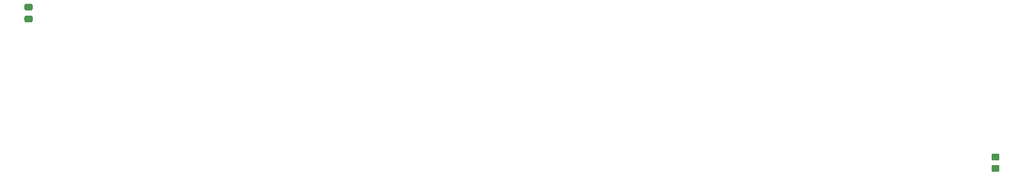
<source format=gbr>
%TF.GenerationSoftware,KiCad,Pcbnew,8.0.2*%
%TF.CreationDate,2024-05-29T12:03:12+02:00*%
%TF.ProjectId,IOT_ESP32,494f545f-4553-4503-9332-2e6b69636164,rev?*%
%TF.SameCoordinates,Original*%
%TF.FileFunction,Paste,Bot*%
%TF.FilePolarity,Positive*%
%FSLAX46Y46*%
G04 Gerber Fmt 4.6, Leading zero omitted, Abs format (unit mm)*
G04 Created by KiCad (PCBNEW 8.0.2) date 2024-05-29 12:03:12*
%MOMM*%
%LPD*%
G01*
G04 APERTURE LIST*
G04 Aperture macros list*
%AMRoundRect*
0 Rectangle with rounded corners*
0 $1 Rounding radius*
0 $2 $3 $4 $5 $6 $7 $8 $9 X,Y pos of 4 corners*
0 Add a 4 corners polygon primitive as box body*
4,1,4,$2,$3,$4,$5,$6,$7,$8,$9,$2,$3,0*
0 Add four circle primitives for the rounded corners*
1,1,$1+$1,$2,$3*
1,1,$1+$1,$4,$5*
1,1,$1+$1,$6,$7*
1,1,$1+$1,$8,$9*
0 Add four rect primitives between the rounded corners*
20,1,$1+$1,$2,$3,$4,$5,0*
20,1,$1+$1,$4,$5,$6,$7,0*
20,1,$1+$1,$6,$7,$8,$9,0*
20,1,$1+$1,$8,$9,$2,$3,0*%
G04 Aperture macros list end*
%ADD10RoundRect,0.250000X0.475000X-0.337500X0.475000X0.337500X-0.475000X0.337500X-0.475000X-0.337500X0*%
%ADD11RoundRect,0.250000X-0.450000X0.350000X-0.450000X-0.350000X0.450000X-0.350000X0.450000X0.350000X0*%
G04 APERTURE END LIST*
D10*
%TO.C,C8*%
X-46050000Y-50025000D03*
X-46050000Y-47950000D03*
%TD*%
D11*
%TO.C,R11*%
X126040000Y-74730000D03*
X126040000Y-76730000D03*
%TD*%
M02*

</source>
